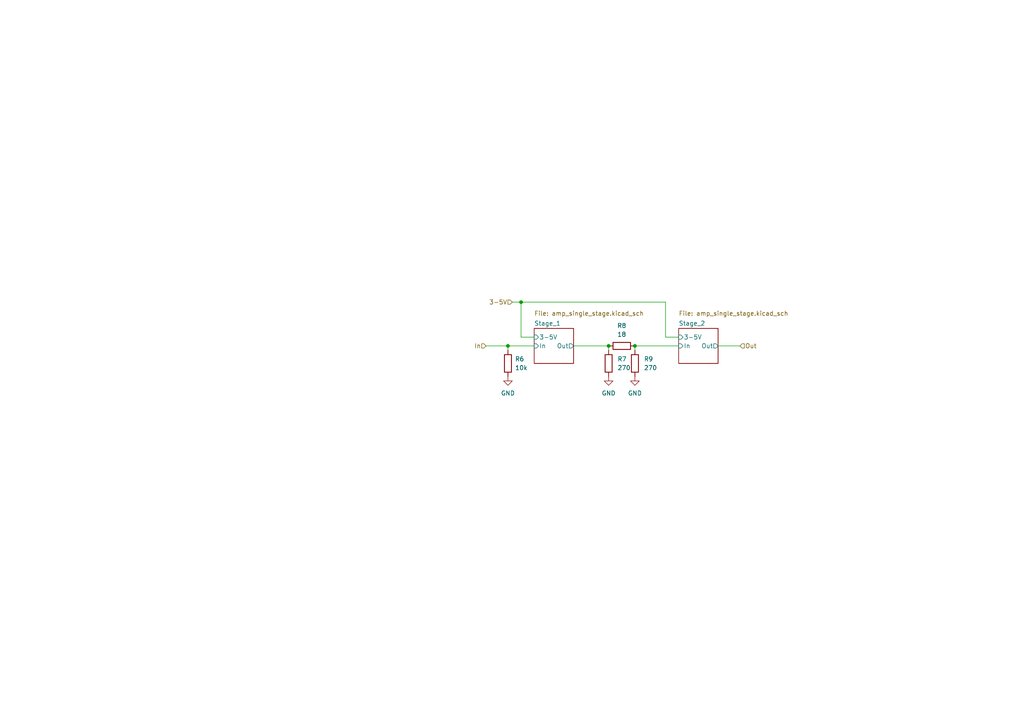
<source format=kicad_sch>
(kicad_sch (version 20230121) (generator eeschema)
  (paper "A4")
  (lib_symbols
    (symbol "Device:R" (pin_numbers hide) (pin_names (offset 0))
      (property "Reference" "R" (at 2.032 0 90))
      (property "Value" "R" (at 0 0 90))
      (symbol "R_0_1"
        (rectangle (start -1.016 -2.54) (end 1.016 2.54) (stroke (width 0.254)))
      )
      (symbol "R_1_1"
        (pin passive line (at 0 3.81 270) (length 1.27) (name "~") (number "1"))
        (pin passive line (at 0 -3.81 90) (length 1.27) (name "~") (number "2"))
      )
    )
    (symbol "power:GND" (power) (pin_names (offset 0))
      (property "Value" "GND" (at 0 -3.81 0))
      (symbol "GND_0_1"
        (polyline (pts (xy 0 0) (xy 0 -1.27) (xy 1.27 -1.27) (xy 0 -2.54) (xy -1.27 -1.27) (xy 0 -1.27)))
      )
      (symbol "GND_1_1"
        (pin power_in line (at 0 0 270) (length 0) hide (name "GND") (number "1"))
      )
    )
  )
  (junction (at 147.32 100.33))
  (junction (at 151.13 87.63))
  (junction (at 184.15 100.33))
  (junction (at 176.53 100.33))
  (wire (pts (xy 166.37 100.33) (xy 176.53 100.33)))
  (wire (pts (xy 151.13 87.63) (xy 148.59 87.63)))
  (wire (pts (xy 184.15 100.33) (xy 196.85 100.33)))
  (wire (pts (xy 193.04 97.79) (xy 193.04 87.63)))
  (wire (pts (xy 208.28 100.33) (xy 214.63 100.33)))
  (wire (pts (xy 147.32 100.33) (xy 147.32 101.6)))
  (wire (pts (xy 196.85 97.79) (xy 193.04 97.79)))
  (wire (pts (xy 151.13 97.79) (xy 151.13 87.63)))
  (wire (pts (xy 184.15 100.33) (xy 184.15 101.6)))
  (wire (pts (xy 154.94 97.79) (xy 151.13 97.79)))
  (wire (pts (xy 147.32 100.33) (xy 154.94 100.33)))
  (wire (pts (xy 193.04 87.63) (xy 151.13 87.63)))
  (wire (pts (xy 140.97 100.33) (xy 147.32 100.33)))
  (wire (pts (xy 176.53 100.33) (xy 176.53 101.6)))
  (hierarchical_label "Out" (shape input) (at 214.63 100.33 0))
  (hierarchical_label "3-5V" (shape input) (at 148.59 87.63 180))
  (hierarchical_label "In" (shape input) (at 140.97 100.33 180))
  (symbol (lib_id "Device:R") (at 184.15 105.41 180) (unit 1)
    (property "Reference" "R9" (at 186.7399 104.1399 0) (effects (justify right)))
    (property "Value" "270" (at 186.7399 106.6799 0) (effects (justify right)))
    (property "Footprint" "Resistor_SMD:R_0402_1005Metric" (effects hide))
    (instances (project "Chubut_2" (path "" (reference "R9") (unit 1)) (path "" (reference "R5") (unit 1)) (path "" (reference "R15") (unit 1)) (path "" (reference "R21") (unit 1))))
  )
  (symbol (lib_id "Device:R") (at 147.32 105.41 0) (unit 1)
    (property "Reference" "R6" (at 149.352 104.1399 0) (effects (justify left)))
    (property "Value" "10k" (at 149.352 106.6799 0) (effects (justify left)))
    (property "Footprint" "Resistor_SMD:R_0402_1005Metric" (effects hide))
    (instances (project "Chubut_2" (path "" (reference "R6") (unit 1)) (path "" (reference "R2") (unit 1)) (path "" (reference "R12") (unit 1)) (path "" (reference "R18") (unit 1))))
  )
  (symbol (lib_id "power:GND") (at 176.53 109.22 0) (unit 1)
    (property "Reference" "#PWR023" (effects hide))
    (property "Value" "GND" (at 176.53 114.046 0))
    (instances (project "Chubut_2" (path "" (reference "#PWR023") (unit 1)) (path "" (reference "#PWR020") (unit 1)) (path "" (reference "#PWR036") (unit 1)) (path "" (reference "#PWR049") (unit 1))))
  )
  (symbol (lib_id "Device:R") (at 180.34 100.33 90) (unit 1)
    (property "Reference" "R8" (at 180.34 94.4634 90))
    (property "Value" "18" (at 180.34 97.0034 90))
    (property "Footprint" "Resistor_SMD:R_0402_1005Metric" (effects hide))
    (instances (project "Chubut_2" (path "" (reference "R8") (unit 1)) (path "" (reference "R4") (unit 1)) (path "" (reference "R14") (unit 1)) (path "" (reference "R20") (unit 1))))
  )
  (symbol (lib_id "power:GND") (at 184.15 109.22 0) (unit 1)
    (property "Reference" "#PWR024" (effects hide))
    (property "Value" "GND" (at 184.15 114.046 0))
    (instances (project "Chubut_2" (path "" (reference "#PWR024") (unit 1)) (path "" (reference "#PWR021") (unit 1)) (path "" (reference "#PWR037") (unit 1)) (path "" (reference "#PWR050") (unit 1))))
  )
  (symbol (lib_id "Device:R") (at 176.53 105.41 180) (unit 1)
    (property "Reference" "R7" (at 179.07 104.1399 0) (effects (justify right)))
    (property "Value" "270" (at 179.07 106.6799 0) (effects (justify right)))
    (property "Footprint" "Resistor_SMD:R_0402_1005Metric" (effects hide))
    (instances (project "Chubut_2" (path "" (reference "R7") (unit 1)) (path "" (reference "R3") (unit 1)) (path "" (reference "R13") (unit 1)) (path "" (reference "R19") (unit 1))))
  )
  (symbol (lib_id "power:GND") (at 147.32 109.22 0) (unit 1)
    (property "Reference" "#PWR022" (effects hide))
    (property "Value" "GND" (at 147.32 114.046 0))
    (instances (project "Chubut_2" (path "" (reference "#PWR022") (unit 1)) (path "" (reference "#PWR019") (unit 1)) (path "" (reference "#PWR035") (unit 1)) (path "" (reference "#PWR048") (unit 1))))
  )
  (sheet (at 154.94 95.25) (size 11.43 10.16) (stroke (width 0.1524))
    (property "Sheetname" "Stage_1" (at 154.94 94.5384 0) (effects (justify left bottom)))
    (property "Sheetfile" "amp_single_stage.kicad_sch" (at 154.94 90.17 0) (effects (justify left top)))
    (pin "Out" output (at 166.37 100.33 0))
    (pin "3-5V" input (at 154.94 97.79 180))
    (pin "In" input (at 154.94 100.33 180))
  )
  (sheet (at 196.85 95.25) (size 11.43 10.16) (stroke (width 0.1524))
    (property "Sheetname" "Stage_2" (at 196.85 94.5384 0) (effects (justify left bottom)))
    (property "Sheetfile" "amp_single_stage.kicad_sch" (at 196.85 90.17 0) (effects (justify left top)))
    (pin "Out" output (at 208.28 100.33 0))
    (pin "3-5V" input (at 196.85 97.79 180))
    (pin "In" input (at 196.85 100.33 180))
  )
)
</source>
